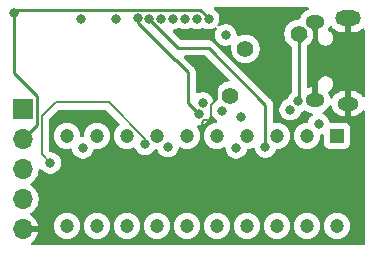
<source format=gbr>
%TF.GenerationSoftware,KiCad,Pcbnew,9.0.3*%
%TF.CreationDate,2025-08-22T13:27:39-06:00*%
%TF.ProjectId,SWAG_BAR_LED_ARM,53574147-5f42-4415-925f-4c45445f4152,rev?*%
%TF.SameCoordinates,Original*%
%TF.FileFunction,Copper,L3,Inr*%
%TF.FilePolarity,Positive*%
%FSLAX46Y46*%
G04 Gerber Fmt 4.6, Leading zero omitted, Abs format (unit mm)*
G04 Created by KiCad (PCBNEW 9.0.3) date 2025-08-22 13:27:39*
%MOMM*%
%LPD*%
G01*
G04 APERTURE LIST*
%TA.AperFunction,ComponentPad*%
%ADD10C,1.400000*%
%TD*%
%TA.AperFunction,ComponentPad*%
%ADD11O,1.800000X1.150000*%
%TD*%
%TA.AperFunction,ComponentPad*%
%ADD12O,1.600000X1.200000*%
%TD*%
%TA.AperFunction,ComponentPad*%
%ADD13O,2.200000X1.300000*%
%TD*%
%TA.AperFunction,ComponentPad*%
%ADD14R,1.700000X1.700000*%
%TD*%
%TA.AperFunction,ComponentPad*%
%ADD15O,1.700000X1.700000*%
%TD*%
%TA.AperFunction,ComponentPad*%
%ADD16R,1.200000X1.200000*%
%TD*%
%TA.AperFunction,ComponentPad*%
%ADD17C,1.200000*%
%TD*%
%TA.AperFunction,ViaPad*%
%ADD18C,0.800000*%
%TD*%
%TA.AperFunction,Conductor*%
%ADD19C,0.200000*%
%TD*%
%TA.AperFunction,Conductor*%
%ADD20C,0.250000*%
%TD*%
G04 APERTURE END LIST*
D10*
%TO.N,/D-*%
%TO.C,TP3*%
X96000000Y-96650000D03*
%TD*%
%TO.N,+5V*%
%TO.C,TP2*%
X101800000Y-91450000D03*
%TD*%
%TO.N,/D+*%
%TO.C,TP1*%
X97300000Y-92700000D03*
%TD*%
D11*
%TO.N,GND*%
%TO.C,J3*%
X105979000Y-97326000D03*
D12*
X103179000Y-97026000D03*
X103179000Y-90426000D03*
D13*
X105979000Y-90126000D03*
%TD*%
D14*
%TO.N,/SWDIO*%
%TO.C,J1*%
X78435200Y-97790000D03*
D15*
%TO.N,/SWCLK*%
X78435200Y-100330000D03*
%TO.N,/RST*%
X78435200Y-102870000D03*
%TO.N,+3V3*%
X78435200Y-105410000D03*
%TO.N,GND*%
X78435200Y-107950000D03*
%TD*%
D16*
%TO.N,+3V3*%
%TO.C,BAR1*%
X105048500Y-100056500D03*
D17*
X102508500Y-100056500D03*
X99968500Y-100056500D03*
X97428500Y-100056500D03*
X94888500Y-100056500D03*
X92348500Y-100056500D03*
X89808500Y-100056500D03*
X87268500Y-100056500D03*
X84728500Y-100056500D03*
X82188500Y-100056500D03*
%TO.N,/L9*%
X82188500Y-107676500D03*
%TO.N,/L8*%
X84728500Y-107676500D03*
%TO.N,/L7*%
X87268500Y-107676500D03*
%TO.N,/L6*%
X89808500Y-107676500D03*
%TO.N,/L5*%
X92348500Y-107676500D03*
%TO.N,/L4*%
X94888500Y-107676500D03*
%TO.N,/L3*%
X97428500Y-107676500D03*
%TO.N,/L2*%
X99968500Y-107676500D03*
%TO.N,/L1*%
X102508500Y-107676500D03*
%TO.N,/L0*%
X105048500Y-107676500D03*
%TD*%
D18*
%TO.N,+5V*%
X101784553Y-97135995D03*
%TO.N,/SWDIO*%
X93170397Y-90132500D03*
%TO.N,/SWCLK*%
X77673200Y-89662000D03*
X94169900Y-90132500D03*
%TO.N,GND*%
X88519000Y-103886000D03*
X92811600Y-93675200D03*
X83439000Y-104013000D03*
X103632000Y-104013000D03*
X98679000Y-104013000D03*
X93599000Y-104013000D03*
%TO.N,/RST*%
X95632674Y-91525171D03*
%TO.N,/Sig_L1*%
X103505000Y-99060000D03*
X91171391Y-90132500D03*
%TO.N,/Sig_L0*%
X92170894Y-90132500D03*
X101087601Y-97852418D03*
%TO.N,/Sig_L8*%
X88803124Y-100780607D03*
X80782949Y-102359649D03*
%TO.N,/SW_1*%
X93675200Y-97282000D03*
X86309200Y-90132000D03*
%TO.N,/Sig_L9*%
X90728800Y-100987501D03*
X83515200Y-101092000D03*
%TO.N,/Sig_L2*%
X90171888Y-90132500D03*
X96520000Y-101092000D03*
X96926400Y-98450400D03*
%TO.N,/Sig_L3*%
X89172385Y-90132500D03*
X98990102Y-101021797D03*
%TO.N,/Sig_L4*%
X93364044Y-98231352D03*
X88188800Y-90119200D03*
%TO.N,/Sig_L5*%
X83341586Y-90132500D03*
X95315818Y-97923465D03*
%TD*%
D19*
%TO.N,GND*%
X94376200Y-98729000D02*
X94350000Y-98755200D01*
X94376200Y-97487636D02*
X94376200Y-98729000D01*
X94350000Y-98755200D02*
X93827600Y-98755200D01*
X94900000Y-96963836D02*
X94376200Y-97487636D01*
X94900000Y-95763600D02*
X94900000Y-96963836D01*
X92811600Y-93675200D02*
X94900000Y-95763600D01*
X93599000Y-98983800D02*
X93599000Y-104013000D01*
X93827600Y-98755200D02*
X93599000Y-98983800D01*
X92811600Y-93675200D02*
X92811600Y-93953950D01*
D20*
%TO.N,+5V*%
X101790948Y-97129600D02*
X101784553Y-97135995D01*
X101854000Y-97129600D02*
X101790948Y-97129600D01*
X101854000Y-92151998D02*
X101854000Y-97129600D01*
X102404500Y-91601498D02*
X101854000Y-92151998D01*
%TO.N,/SWCLK*%
X79610200Y-99155000D02*
X79610200Y-96679000D01*
X94169900Y-90132500D02*
X94169900Y-90106698D01*
X93470702Y-89407500D02*
X77927700Y-89407500D01*
X78435200Y-100330000D02*
X79610200Y-99155000D01*
X94169900Y-90106698D02*
X93470702Y-89407500D01*
X77673200Y-94742000D02*
X77673200Y-89662000D01*
X79610200Y-96679000D02*
X77673200Y-94742000D01*
X77927700Y-89407500D02*
X77673200Y-89662000D01*
%TO.N,/Sig_L1*%
X103251000Y-99060000D02*
X103505000Y-99060000D01*
D19*
%TO.N,/Sig_L8*%
X85715993Y-97231200D02*
X81229200Y-97231200D01*
X88803124Y-100780607D02*
X88803124Y-100318331D01*
X80035200Y-99060000D02*
X80035200Y-101611900D01*
X88803124Y-100318331D02*
X85715993Y-97231200D01*
X80035200Y-101611900D02*
X80782949Y-102359649D01*
X80035200Y-98425200D02*
X80035200Y-99060000D01*
X81229200Y-97231200D02*
X80035200Y-98425200D01*
D20*
%TO.N,/Sig_L2*%
X96520000Y-101092000D02*
X96503500Y-101075500D01*
%TO.N,/Sig_L3*%
X91622483Y-92608400D02*
X94183200Y-92608400D01*
X94183200Y-92608400D02*
X98990102Y-97415302D01*
X89172385Y-90132500D02*
X89172385Y-90158302D01*
X98990102Y-97415302D02*
X98990102Y-101021797D01*
X89172385Y-90158302D02*
X91622483Y-92608400D01*
X98990102Y-101021797D02*
X98990102Y-100133102D01*
%TO.N,/Sig_L4*%
X91334622Y-93675200D02*
X88188800Y-90529378D01*
X92456000Y-94691200D02*
X91440000Y-93675200D01*
X93364044Y-98231352D02*
X92456000Y-97323308D01*
X91440000Y-93675200D02*
X91334622Y-93675200D01*
X92456000Y-97323308D02*
X92456000Y-94691200D01*
X88188800Y-90529378D02*
X88188800Y-90119200D01*
%TD*%
%TA.AperFunction,Conductor*%
%TO.N,GND*%
G36*
X102616735Y-89174185D02*
G01*
X102662490Y-89226989D01*
X102672434Y-89296147D01*
X102643409Y-89359703D01*
X102588014Y-89396431D01*
X102556744Y-89406591D01*
X102402475Y-89485195D01*
X102262397Y-89586967D01*
X102139967Y-89709397D01*
X102038195Y-89849475D01*
X101959591Y-90003744D01*
X101910180Y-90155818D01*
X101870743Y-90213493D01*
X101806384Y-90240692D01*
X101792249Y-90241500D01*
X101704884Y-90241500D01*
X101517008Y-90271256D01*
X101336092Y-90330040D01*
X101166607Y-90416398D01*
X101122931Y-90448131D01*
X101012715Y-90528208D01*
X101012713Y-90528210D01*
X101012712Y-90528210D01*
X100878210Y-90662712D01*
X100878210Y-90662713D01*
X100878208Y-90662715D01*
X100842663Y-90711638D01*
X100766398Y-90816607D01*
X100680040Y-90986092D01*
X100621256Y-91167008D01*
X100591500Y-91354883D01*
X100591500Y-91545116D01*
X100621256Y-91732991D01*
X100680040Y-91913907D01*
X100747854Y-92046998D01*
X100766398Y-92083392D01*
X100878208Y-92237285D01*
X101012715Y-92371792D01*
X101166608Y-92483602D01*
X101169386Y-92485620D01*
X101212051Y-92540950D01*
X101220500Y-92585938D01*
X101220500Y-96363872D01*
X101200815Y-96430911D01*
X101184181Y-96451553D01*
X101078877Y-96556856D01*
X101078874Y-96556860D01*
X100979454Y-96705652D01*
X100979449Y-96705662D01*
X100910965Y-96870996D01*
X100910963Y-96871002D01*
X100908310Y-96884340D01*
X100875922Y-96946250D01*
X100827872Y-96975638D01*
X100828229Y-96976500D01*
X100822757Y-96978766D01*
X100822704Y-96978799D01*
X100822609Y-96978827D01*
X100657268Y-97047314D01*
X100657258Y-97047319D01*
X100508466Y-97146739D01*
X100508462Y-97146742D01*
X100381925Y-97273279D01*
X100381922Y-97273283D01*
X100282502Y-97422075D01*
X100282497Y-97422085D01*
X100214014Y-97587417D01*
X100214012Y-97587425D01*
X100179101Y-97762934D01*
X100179101Y-97941901D01*
X100214012Y-98117410D01*
X100214014Y-98117418D01*
X100282497Y-98282750D01*
X100282502Y-98282760D01*
X100381922Y-98431552D01*
X100381925Y-98431556D01*
X100508464Y-98558095D01*
X100657258Y-98657516D01*
X100657262Y-98657518D01*
X100657265Y-98657520D01*
X100822601Y-98726005D01*
X100998117Y-98760917D01*
X100998121Y-98760918D01*
X100998122Y-98760918D01*
X101177081Y-98760918D01*
X101177082Y-98760917D01*
X101352601Y-98726005D01*
X101517937Y-98657520D01*
X101562135Y-98627988D01*
X101666738Y-98558095D01*
X101666739Y-98558093D01*
X101793276Y-98431556D01*
X101793279Y-98431553D01*
X101892703Y-98282754D01*
X101961188Y-98117418D01*
X101963841Y-98104080D01*
X101967063Y-98097918D01*
X101967203Y-98090961D01*
X101983045Y-98067361D01*
X101996221Y-98042171D01*
X102003203Y-98037333D01*
X102006146Y-98032951D01*
X102021375Y-98024745D01*
X102036213Y-98014467D01*
X102045757Y-98010337D01*
X102049553Y-98009582D01*
X102214889Y-97941097D01*
X102231656Y-97929893D01*
X102241962Y-97925434D01*
X102265938Y-97922474D01*
X102288993Y-97915256D01*
X102299989Y-97918272D01*
X102311305Y-97916876D01*
X102333073Y-97927348D01*
X102356373Y-97933740D01*
X102364091Y-97938917D01*
X102402474Y-97966803D01*
X102402476Y-97966804D01*
X102556742Y-98045408D01*
X102721415Y-98098913D01*
X102882771Y-98124470D01*
X102945905Y-98154399D01*
X102982837Y-98213710D01*
X102981839Y-98283573D01*
X102943229Y-98341806D01*
X102932270Y-98350041D01*
X102925867Y-98354319D01*
X102925861Y-98354324D01*
X102799324Y-98480861D01*
X102799321Y-98480865D01*
X102699901Y-98629657D01*
X102699896Y-98629667D01*
X102631413Y-98794999D01*
X102631411Y-98795007D01*
X102620832Y-98848191D01*
X102588447Y-98910102D01*
X102527731Y-98944677D01*
X102499215Y-98948000D01*
X102421259Y-98948000D01*
X102363814Y-98957098D01*
X102248924Y-98975295D01*
X102082986Y-99029210D01*
X102082983Y-99029211D01*
X101927515Y-99108428D01*
X101786367Y-99210977D01*
X101786362Y-99210981D01*
X101662981Y-99334362D01*
X101662977Y-99334367D01*
X101560428Y-99475515D01*
X101481211Y-99630983D01*
X101481210Y-99630986D01*
X101427295Y-99796924D01*
X101416497Y-99865102D01*
X101400000Y-99969259D01*
X101400000Y-100143741D01*
X101413647Y-100229907D01*
X101427295Y-100316075D01*
X101481210Y-100482013D01*
X101481211Y-100482016D01*
X101560428Y-100637484D01*
X101662977Y-100778632D01*
X101662981Y-100778637D01*
X101786362Y-100902018D01*
X101786367Y-100902022D01*
X101864702Y-100958935D01*
X101927519Y-101004574D01*
X102021229Y-101052322D01*
X102082983Y-101083788D01*
X102082986Y-101083789D01*
X102165955Y-101110746D01*
X102248926Y-101137705D01*
X102421259Y-101165000D01*
X102421260Y-101165000D01*
X102595740Y-101165000D01*
X102595741Y-101165000D01*
X102768074Y-101137705D01*
X102934016Y-101083788D01*
X103089481Y-101004574D01*
X103230639Y-100902017D01*
X103354017Y-100778639D01*
X103456574Y-100637481D01*
X103535788Y-100482016D01*
X103589705Y-100316074D01*
X103617000Y-100143741D01*
X103617000Y-100065784D01*
X103625491Y-100036866D01*
X103631629Y-100007355D01*
X103635235Y-100003682D01*
X103636685Y-99998745D01*
X103659458Y-99979011D01*
X103680580Y-99957500D01*
X103687019Y-99955130D01*
X103689489Y-99952990D01*
X103713535Y-99944864D01*
X103715153Y-99944496D01*
X103770000Y-99933587D01*
X103778274Y-99930159D01*
X103788535Y-99927829D01*
X103813312Y-99929373D01*
X103838000Y-99926716D01*
X103847579Y-99931509D01*
X103858269Y-99932176D01*
X103878278Y-99946871D01*
X103900484Y-99957983D01*
X103905951Y-99967194D01*
X103914583Y-99973534D01*
X103923471Y-99996715D01*
X103936144Y-100018067D01*
X103938330Y-100035467D01*
X103939598Y-100038772D01*
X103939066Y-100041325D01*
X103940000Y-100048749D01*
X103940000Y-100705154D01*
X103946511Y-100765702D01*
X103946511Y-100765704D01*
X103978506Y-100851483D01*
X103997611Y-100902704D01*
X104085239Y-101019761D01*
X104202296Y-101107389D01*
X104339299Y-101158489D01*
X104366550Y-101161418D01*
X104399845Y-101164999D01*
X104399862Y-101165000D01*
X105697138Y-101165000D01*
X105697154Y-101164999D01*
X105724192Y-101162091D01*
X105757701Y-101158489D01*
X105894704Y-101107389D01*
X106011761Y-101019761D01*
X106099389Y-100902704D01*
X106150489Y-100765701D01*
X106154091Y-100732192D01*
X106156999Y-100705154D01*
X106157000Y-100705137D01*
X106157000Y-99407862D01*
X106156999Y-99407845D01*
X106153108Y-99371658D01*
X106150489Y-99347299D01*
X106145664Y-99334364D01*
X106116250Y-99255502D01*
X106099389Y-99210296D01*
X106011761Y-99093239D01*
X105894704Y-99005611D01*
X105757703Y-98954511D01*
X105697154Y-98948000D01*
X105697138Y-98948000D01*
X104510784Y-98948000D01*
X104443745Y-98928315D01*
X104397990Y-98875511D01*
X104389168Y-98848197D01*
X104378587Y-98795000D01*
X104310102Y-98629664D01*
X104310100Y-98629661D01*
X104310098Y-98629657D01*
X104210678Y-98480865D01*
X104210675Y-98480861D01*
X104084138Y-98354324D01*
X104084134Y-98354321D01*
X103935342Y-98254901D01*
X103935332Y-98254896D01*
X103883096Y-98233259D01*
X103828693Y-98189418D01*
X103806628Y-98123123D01*
X103823908Y-98055424D01*
X103874255Y-98008213D01*
X103955522Y-97966805D01*
X104095602Y-97865032D01*
X104218032Y-97742602D01*
X104319805Y-97602522D01*
X104367466Y-97508982D01*
X104415440Y-97458186D01*
X104483261Y-97441390D01*
X104549396Y-97463927D01*
X104592848Y-97518642D01*
X104600424Y-97545875D01*
X104605470Y-97577728D01*
X104657760Y-97738659D01*
X104734578Y-97889423D01*
X104834038Y-98026316D01*
X104834038Y-98026317D01*
X104953682Y-98145961D01*
X105090576Y-98245421D01*
X105241340Y-98322239D01*
X105402273Y-98374530D01*
X105569391Y-98401000D01*
X105729000Y-98401000D01*
X105729000Y-97601000D01*
X106229000Y-97601000D01*
X106229000Y-98401000D01*
X106388609Y-98401000D01*
X106555726Y-98374530D01*
X106716659Y-98322239D01*
X106867423Y-98245421D01*
X107004316Y-98145961D01*
X107004317Y-98145961D01*
X107123961Y-98026317D01*
X107123966Y-98026311D01*
X107189217Y-97936502D01*
X107244547Y-97893836D01*
X107314160Y-97887857D01*
X107375955Y-97920463D01*
X107410312Y-97981301D01*
X107413535Y-98009078D01*
X107431199Y-105091882D01*
X107441331Y-109155062D01*
X107441499Y-109222191D01*
X107421981Y-109289279D01*
X107369292Y-109335166D01*
X107317499Y-109346500D01*
X84393767Y-109346500D01*
X84393354Y-109346499D01*
X79214779Y-109329264D01*
X79147806Y-109309357D01*
X79102227Y-109256401D01*
X79092514Y-109187210D01*
X79121750Y-109123751D01*
X79142307Y-109104946D01*
X79314666Y-108979721D01*
X79464923Y-108829464D01*
X79464927Y-108829459D01*
X79589820Y-108657557D01*
X79686295Y-108468217D01*
X79751957Y-108266129D01*
X79751957Y-108266126D01*
X79762431Y-108200000D01*
X78868212Y-108200000D01*
X78901125Y-108142993D01*
X78935200Y-108015826D01*
X78935200Y-107884174D01*
X78901125Y-107757007D01*
X78868212Y-107700000D01*
X79762431Y-107700000D01*
X79751957Y-107633873D01*
X79751956Y-107633867D01*
X79748330Y-107622707D01*
X79748329Y-107622705D01*
X79737462Y-107589259D01*
X81080000Y-107589259D01*
X81080000Y-107763740D01*
X81107295Y-107936075D01*
X81161210Y-108102013D01*
X81161211Y-108102016D01*
X81211138Y-108200000D01*
X81240184Y-108257007D01*
X81240428Y-108257484D01*
X81342977Y-108398632D01*
X81342981Y-108398637D01*
X81466362Y-108522018D01*
X81466367Y-108522022D01*
X81589484Y-108611471D01*
X81607519Y-108624574D01*
X81683715Y-108663398D01*
X81762983Y-108703788D01*
X81762986Y-108703789D01*
X81845955Y-108730746D01*
X81928926Y-108757705D01*
X82101259Y-108785000D01*
X82101260Y-108785000D01*
X82275740Y-108785000D01*
X82275741Y-108785000D01*
X82448074Y-108757705D01*
X82614016Y-108703788D01*
X82769481Y-108624574D01*
X82910639Y-108522017D01*
X83034017Y-108398639D01*
X83136574Y-108257481D01*
X83215788Y-108102016D01*
X83269705Y-107936074D01*
X83297000Y-107763741D01*
X83297000Y-107589259D01*
X83620000Y-107589259D01*
X83620000Y-107763740D01*
X83647295Y-107936075D01*
X83701210Y-108102013D01*
X83701211Y-108102016D01*
X83751138Y-108200000D01*
X83780184Y-108257007D01*
X83780428Y-108257484D01*
X83882977Y-108398632D01*
X83882981Y-108398637D01*
X84006362Y-108522018D01*
X84006367Y-108522022D01*
X84129484Y-108611471D01*
X84147519Y-108624574D01*
X84223715Y-108663398D01*
X84302983Y-108703788D01*
X84302986Y-108703789D01*
X84385955Y-108730746D01*
X84468926Y-108757705D01*
X84641259Y-108785000D01*
X84641260Y-108785000D01*
X84815740Y-108785000D01*
X84815741Y-108785000D01*
X84988074Y-108757705D01*
X85154016Y-108703788D01*
X85309481Y-108624574D01*
X85450639Y-108522017D01*
X85574017Y-108398639D01*
X85676574Y-108257481D01*
X85755788Y-108102016D01*
X85809705Y-107936074D01*
X85837000Y-107763741D01*
X85837000Y-107589259D01*
X86160000Y-107589259D01*
X86160000Y-107763740D01*
X86187295Y-107936075D01*
X86241210Y-108102013D01*
X86241211Y-108102016D01*
X86291138Y-108200000D01*
X86320184Y-108257007D01*
X86320428Y-108257484D01*
X86422977Y-108398632D01*
X86422981Y-108398637D01*
X86546362Y-108522018D01*
X86546367Y-108522022D01*
X86669484Y-108611471D01*
X86687519Y-108624574D01*
X86763715Y-108663398D01*
X86842983Y-108703788D01*
X86842986Y-108703789D01*
X86925955Y-108730746D01*
X87008926Y-108757705D01*
X87181259Y-108785000D01*
X87181260Y-108785000D01*
X87355740Y-108785000D01*
X87355741Y-108785000D01*
X87528074Y-108757705D01*
X87694016Y-108703788D01*
X87849481Y-108624574D01*
X87990639Y-108522017D01*
X88114017Y-108398639D01*
X88216574Y-108257481D01*
X88295788Y-108102016D01*
X88349705Y-107936074D01*
X88377000Y-107763741D01*
X88377000Y-107589259D01*
X88700000Y-107589259D01*
X88700000Y-107763740D01*
X88727295Y-107936075D01*
X88781210Y-108102013D01*
X88781211Y-108102016D01*
X88831138Y-108200000D01*
X88860184Y-108257007D01*
X88860428Y-108257484D01*
X88962977Y-108398632D01*
X88962981Y-108398637D01*
X89086362Y-108522018D01*
X89086367Y-108522022D01*
X89209484Y-108611471D01*
X89227519Y-108624574D01*
X89303715Y-108663398D01*
X89382983Y-108703788D01*
X89382986Y-108703789D01*
X89465955Y-108730746D01*
X89548926Y-108757705D01*
X89721259Y-108785000D01*
X89721260Y-108785000D01*
X89895740Y-108785000D01*
X89895741Y-108785000D01*
X90068074Y-108757705D01*
X90234016Y-108703788D01*
X90389481Y-108624574D01*
X90530639Y-108522017D01*
X90654017Y-108398639D01*
X90756574Y-108257481D01*
X90835788Y-108102016D01*
X90889705Y-107936074D01*
X90917000Y-107763741D01*
X90917000Y-107589259D01*
X91240000Y-107589259D01*
X91240000Y-107763740D01*
X91267295Y-107936075D01*
X91321210Y-108102013D01*
X91321211Y-108102016D01*
X91371138Y-108200000D01*
X91400184Y-108257007D01*
X91400428Y-108257484D01*
X91502977Y-108398632D01*
X91502981Y-108398637D01*
X91626362Y-108522018D01*
X91626367Y-108522022D01*
X91749484Y-108611471D01*
X91767519Y-108624574D01*
X91843715Y-108663398D01*
X91922983Y-108703788D01*
X91922986Y-108703789D01*
X92005955Y-108730746D01*
X92088926Y-108757705D01*
X92261259Y-108785000D01*
X92261260Y-108785000D01*
X92435740Y-108785000D01*
X92435741Y-108785000D01*
X92608074Y-108757705D01*
X92774016Y-108703788D01*
X92929481Y-108624574D01*
X93070639Y-108522017D01*
X93194017Y-108398639D01*
X93296574Y-108257481D01*
X93375788Y-108102016D01*
X93429705Y-107936074D01*
X93457000Y-107763741D01*
X93457000Y-107589259D01*
X93780000Y-107589259D01*
X93780000Y-107763740D01*
X93807295Y-107936075D01*
X93861210Y-108102013D01*
X93861211Y-108102016D01*
X93911138Y-108200000D01*
X93940184Y-108257007D01*
X93940428Y-108257484D01*
X94042977Y-108398632D01*
X94042981Y-108398637D01*
X94166362Y-108522018D01*
X94166367Y-108522022D01*
X94289484Y-108611471D01*
X94307519Y-108624574D01*
X94383715Y-108663398D01*
X94462983Y-108703788D01*
X94462986Y-108703789D01*
X94545955Y-108730746D01*
X94628926Y-108757705D01*
X94801259Y-108785000D01*
X94801260Y-108785000D01*
X94975740Y-108785000D01*
X94975741Y-108785000D01*
X95148074Y-108757705D01*
X95314016Y-108703788D01*
X95469481Y-108624574D01*
X95610639Y-108522017D01*
X95734017Y-108398639D01*
X95836574Y-108257481D01*
X95915788Y-108102016D01*
X95969705Y-107936074D01*
X95997000Y-107763741D01*
X95997000Y-107589259D01*
X96320000Y-107589259D01*
X96320000Y-107763740D01*
X96347295Y-107936075D01*
X96401210Y-108102013D01*
X96401211Y-108102016D01*
X96451138Y-108200000D01*
X96480184Y-108257007D01*
X96480428Y-108257484D01*
X96582977Y-108398632D01*
X96582981Y-108398637D01*
X96706362Y-108522018D01*
X96706367Y-108522022D01*
X96829484Y-108611471D01*
X96847519Y-108624574D01*
X96923715Y-108663398D01*
X97002983Y-108703788D01*
X97002986Y-108703789D01*
X97085955Y-108730746D01*
X97168926Y-108757705D01*
X97341259Y-108785000D01*
X97341260Y-108785000D01*
X97515740Y-108785000D01*
X97515741Y-108785000D01*
X97688074Y-108757705D01*
X97854016Y-108703788D01*
X98009481Y-108624574D01*
X98150639Y-108522017D01*
X98274017Y-108398639D01*
X98376574Y-108257481D01*
X98455788Y-108102016D01*
X98509705Y-107936074D01*
X98537000Y-107763741D01*
X98537000Y-107589259D01*
X98860000Y-107589259D01*
X98860000Y-107763740D01*
X98887295Y-107936075D01*
X98941210Y-108102013D01*
X98941211Y-108102016D01*
X98991138Y-108200000D01*
X99020184Y-108257007D01*
X99020428Y-108257484D01*
X99122977Y-108398632D01*
X99122981Y-108398637D01*
X99246362Y-108522018D01*
X99246367Y-108522022D01*
X99369484Y-108611471D01*
X99387519Y-108624574D01*
X99463715Y-108663398D01*
X99542983Y-108703788D01*
X99542986Y-108703789D01*
X99625955Y-108730746D01*
X99708926Y-108757705D01*
X99881259Y-108785000D01*
X99881260Y-108785000D01*
X100055740Y-108785000D01*
X100055741Y-108785000D01*
X100228074Y-108757705D01*
X100394016Y-108703788D01*
X100549481Y-108624574D01*
X100690639Y-108522017D01*
X100814017Y-108398639D01*
X100916574Y-108257481D01*
X100995788Y-108102016D01*
X101049705Y-107936074D01*
X101077000Y-107763741D01*
X101077000Y-107589259D01*
X101400000Y-107589259D01*
X101400000Y-107763740D01*
X101427295Y-107936075D01*
X101481210Y-108102013D01*
X101481211Y-108102016D01*
X101531138Y-108200000D01*
X101560184Y-108257007D01*
X101560428Y-108257484D01*
X101662977Y-108398632D01*
X101662981Y-108398637D01*
X101786362Y-108522018D01*
X101786367Y-108522022D01*
X101909484Y-108611471D01*
X101927519Y-108624574D01*
X102003715Y-108663398D01*
X102082983Y-108703788D01*
X102082986Y-108703789D01*
X102165955Y-108730746D01*
X102248926Y-108757705D01*
X102421259Y-108785000D01*
X102421260Y-108785000D01*
X102595740Y-108785000D01*
X102595741Y-108785000D01*
X102768074Y-108757705D01*
X102934016Y-108703788D01*
X103089481Y-108624574D01*
X103230639Y-108522017D01*
X103354017Y-108398639D01*
X103456574Y-108257481D01*
X103535788Y-108102016D01*
X103589705Y-107936074D01*
X103617000Y-107763741D01*
X103617000Y-107589259D01*
X103940000Y-107589259D01*
X103940000Y-107763740D01*
X103967295Y-107936075D01*
X104021210Y-108102013D01*
X104021211Y-108102016D01*
X104071138Y-108200000D01*
X104100184Y-108257007D01*
X104100428Y-108257484D01*
X104202977Y-108398632D01*
X104202981Y-108398637D01*
X104326362Y-108522018D01*
X104326367Y-108522022D01*
X104449484Y-108611471D01*
X104467519Y-108624574D01*
X104543715Y-108663398D01*
X104622983Y-108703788D01*
X104622986Y-108703789D01*
X104705955Y-108730746D01*
X104788926Y-108757705D01*
X104961259Y-108785000D01*
X104961260Y-108785000D01*
X105135740Y-108785000D01*
X105135741Y-108785000D01*
X105308074Y-108757705D01*
X105474016Y-108703788D01*
X105629481Y-108624574D01*
X105770639Y-108522017D01*
X105894017Y-108398639D01*
X105996574Y-108257481D01*
X106075788Y-108102016D01*
X106129705Y-107936074D01*
X106157000Y-107763741D01*
X106157000Y-107589259D01*
X106129705Y-107416926D01*
X106075788Y-107250984D01*
X106075788Y-107250983D01*
X106025298Y-107151893D01*
X105996574Y-107095519D01*
X105978422Y-107070535D01*
X105894022Y-106954367D01*
X105894018Y-106954362D01*
X105770637Y-106830981D01*
X105770632Y-106830977D01*
X105629484Y-106728428D01*
X105629483Y-106728427D01*
X105629481Y-106728426D01*
X105579675Y-106703048D01*
X105474016Y-106649211D01*
X105474013Y-106649210D01*
X105308075Y-106595295D01*
X105221907Y-106581647D01*
X105135741Y-106568000D01*
X104961259Y-106568000D01*
X104903814Y-106577098D01*
X104788924Y-106595295D01*
X104622986Y-106649210D01*
X104622983Y-106649211D01*
X104467515Y-106728428D01*
X104326367Y-106830977D01*
X104326362Y-106830981D01*
X104202981Y-106954362D01*
X104202977Y-106954367D01*
X104100428Y-107095515D01*
X104021211Y-107250983D01*
X104021210Y-107250986D01*
X103967295Y-107416924D01*
X103940000Y-107589259D01*
X103617000Y-107589259D01*
X103589705Y-107416926D01*
X103535788Y-107250984D01*
X103535788Y-107250983D01*
X103485298Y-107151893D01*
X103456574Y-107095519D01*
X103438422Y-107070535D01*
X103354022Y-106954367D01*
X103354018Y-106954362D01*
X103230637Y-106830981D01*
X103230632Y-106830977D01*
X103089484Y-106728428D01*
X103089483Y-106728427D01*
X103089481Y-106728426D01*
X103039675Y-106703048D01*
X102934016Y-106649211D01*
X102934013Y-106649210D01*
X102768075Y-106595295D01*
X102681907Y-106581647D01*
X102595741Y-106568000D01*
X102421259Y-106568000D01*
X102363814Y-106577098D01*
X102248924Y-106595295D01*
X102082986Y-106649210D01*
X102082983Y-106649211D01*
X101927515Y-106728428D01*
X101786367Y-106830977D01*
X101786362Y-106830981D01*
X101662981Y-106954362D01*
X101662977Y-106954367D01*
X101560428Y-107095515D01*
X101481211Y-107250983D01*
X101481210Y-107250986D01*
X101427295Y-107416924D01*
X101400000Y-107589259D01*
X101077000Y-107589259D01*
X101049705Y-107416926D01*
X100995788Y-107250984D01*
X100995788Y-107250983D01*
X100945298Y-107151893D01*
X100916574Y-107095519D01*
X100898422Y-107070535D01*
X100814022Y-106954367D01*
X100814018Y-106954362D01*
X100690637Y-106830981D01*
X100690632Y-106830977D01*
X100549484Y-106728428D01*
X100549483Y-106728427D01*
X100549481Y-106728426D01*
X100499675Y-106703048D01*
X100394016Y-106649211D01*
X100394013Y-106649210D01*
X100228075Y-106595295D01*
X100141907Y-106581647D01*
X100055741Y-106568000D01*
X99881259Y-106568000D01*
X99823814Y-106577098D01*
X99708924Y-106595295D01*
X99542986Y-106649210D01*
X99542983Y-106649211D01*
X99387515Y-106728428D01*
X99246367Y-106830977D01*
X99246362Y-106830981D01*
X99122981Y-106954362D01*
X99122977Y-106954367D01*
X99020428Y-107095515D01*
X98941211Y-107250983D01*
X98941210Y-107250986D01*
X98887295Y-107416924D01*
X98860000Y-107589259D01*
X98537000Y-107589259D01*
X98509705Y-107416926D01*
X98455788Y-107250984D01*
X98455788Y-107250983D01*
X98405298Y-107151893D01*
X98376574Y-107095519D01*
X98358422Y-107070535D01*
X98274022Y-106954367D01*
X98274018Y-106954362D01*
X98150637Y-106830981D01*
X98150632Y-106830977D01*
X98009484Y-106728428D01*
X98009483Y-106728427D01*
X98009481Y-106728426D01*
X97959675Y-106703048D01*
X97854016Y-106649211D01*
X97854013Y-106649210D01*
X97688075Y-106595295D01*
X97601907Y-106581647D01*
X97515741Y-106568000D01*
X97341259Y-106568000D01*
X97283814Y-106577098D01*
X97168924Y-106595295D01*
X97002986Y-106649210D01*
X97002983Y-106649211D01*
X96847515Y-106728428D01*
X96706367Y-106830977D01*
X96706362Y-106830981D01*
X96582981Y-106954362D01*
X96582977Y-106954367D01*
X96480428Y-107095515D01*
X96401211Y-107250983D01*
X96401210Y-107250986D01*
X96347295Y-107416924D01*
X96320000Y-107589259D01*
X95997000Y-107589259D01*
X95969705Y-107416926D01*
X95915788Y-107250984D01*
X95915788Y-107250983D01*
X95865298Y-107151893D01*
X95836574Y-107095519D01*
X95818422Y-107070535D01*
X95734022Y-106954367D01*
X95734018Y-106954362D01*
X95610637Y-106830981D01*
X95610632Y-106830977D01*
X95469484Y-106728428D01*
X95469483Y-106728427D01*
X95469481Y-106728426D01*
X95419675Y-106703048D01*
X95314016Y-106649211D01*
X95314013Y-106649210D01*
X95148075Y-106595295D01*
X95061907Y-106581647D01*
X94975741Y-106568000D01*
X94801259Y-106568000D01*
X94743814Y-106577098D01*
X94628924Y-106595295D01*
X94462986Y-106649210D01*
X94462983Y-106649211D01*
X94307515Y-106728428D01*
X94166367Y-106830977D01*
X94166362Y-106830981D01*
X94042981Y-106954362D01*
X94042977Y-106954367D01*
X93940428Y-107095515D01*
X93861211Y-107250983D01*
X93861210Y-107250986D01*
X93807295Y-107416924D01*
X93780000Y-107589259D01*
X93457000Y-107589259D01*
X93429705Y-107416926D01*
X93375788Y-107250984D01*
X93375788Y-107250983D01*
X93325298Y-107151893D01*
X93296574Y-107095519D01*
X93278422Y-107070535D01*
X93194022Y-106954367D01*
X93194018Y-106954362D01*
X93070637Y-106830981D01*
X93070632Y-106830977D01*
X92929484Y-106728428D01*
X92929483Y-106728427D01*
X92929481Y-106728426D01*
X92879675Y-106703048D01*
X92774016Y-106649211D01*
X92774013Y-106649210D01*
X92608075Y-106595295D01*
X92521907Y-106581647D01*
X92435741Y-106568000D01*
X92261259Y-106568000D01*
X92203814Y-106577098D01*
X92088924Y-106595295D01*
X91922986Y-106649210D01*
X91922983Y-106649211D01*
X91767515Y-106728428D01*
X91626367Y-106830977D01*
X91626362Y-106830981D01*
X91502981Y-106954362D01*
X91502977Y-106954367D01*
X91400428Y-107095515D01*
X91321211Y-107250983D01*
X91321210Y-107250986D01*
X91267295Y-107416924D01*
X91240000Y-107589259D01*
X90917000Y-107589259D01*
X90889705Y-107416926D01*
X90835788Y-107250984D01*
X90835788Y-107250983D01*
X90785298Y-107151893D01*
X90756574Y-107095519D01*
X90738422Y-107070535D01*
X90654022Y-106954367D01*
X90654018Y-106954362D01*
X90530637Y-106830981D01*
X90530632Y-106830977D01*
X90389484Y-106728428D01*
X90389483Y-106728427D01*
X90389481Y-106728426D01*
X90339675Y-106703048D01*
X90234016Y-106649211D01*
X90234013Y-106649210D01*
X90068075Y-106595295D01*
X89981907Y-106581647D01*
X89895741Y-106568000D01*
X89721259Y-106568000D01*
X89663814Y-106577098D01*
X89548924Y-106595295D01*
X89382986Y-106649210D01*
X89382983Y-106649211D01*
X89227515Y-106728428D01*
X89086367Y-106830977D01*
X89086362Y-106830981D01*
X88962981Y-106954362D01*
X88962977Y-106954367D01*
X88860428Y-107095515D01*
X88781211Y-107250983D01*
X88781210Y-107250986D01*
X88727295Y-107416924D01*
X88700000Y-107589259D01*
X88377000Y-107589259D01*
X88349705Y-107416926D01*
X88295788Y-107250984D01*
X88295788Y-107250983D01*
X88245298Y-107151893D01*
X88216574Y-107095519D01*
X88198422Y-107070535D01*
X88114022Y-106954367D01*
X88114018Y-106954362D01*
X87990637Y-106830981D01*
X87990632Y-106830977D01*
X87849484Y-106728428D01*
X87849483Y-106728427D01*
X87849481Y-106728426D01*
X87799675Y-106703048D01*
X87694016Y-106649211D01*
X87694013Y-106649210D01*
X87528075Y-106595295D01*
X87441907Y-106581647D01*
X87355741Y-106568000D01*
X87181259Y-106568000D01*
X87123814Y-106577098D01*
X87008924Y-106595295D01*
X86842986Y-106649210D01*
X86842983Y-106649211D01*
X86687515Y-106728428D01*
X86546367Y-106830977D01*
X86546362Y-106830981D01*
X86422981Y-106954362D01*
X86422977Y-106954367D01*
X86320428Y-107095515D01*
X86241211Y-107250983D01*
X86241210Y-107250986D01*
X86187295Y-107416924D01*
X86160000Y-107589259D01*
X85837000Y-107589259D01*
X85809705Y-107416926D01*
X85755788Y-107250984D01*
X85755788Y-107250983D01*
X85705298Y-107151893D01*
X85676574Y-107095519D01*
X85658422Y-107070535D01*
X85574022Y-106954367D01*
X85574018Y-106954362D01*
X85450637Y-106830981D01*
X85450632Y-106830977D01*
X85309484Y-106728428D01*
X85309483Y-106728427D01*
X85309481Y-106728426D01*
X85259675Y-106703048D01*
X85154016Y-106649211D01*
X85154013Y-106649210D01*
X84988075Y-106595295D01*
X84901907Y-106581647D01*
X84815741Y-106568000D01*
X84641259Y-106568000D01*
X84583814Y-106577098D01*
X84468924Y-106595295D01*
X84302986Y-106649210D01*
X84302983Y-106649211D01*
X84147515Y-106728428D01*
X84006367Y-106830977D01*
X84006362Y-106830981D01*
X83882981Y-106954362D01*
X83882977Y-106954367D01*
X83780428Y-107095515D01*
X83701211Y-107250983D01*
X83701210Y-107250986D01*
X83647295Y-107416924D01*
X83620000Y-107589259D01*
X83297000Y-107589259D01*
X83269705Y-107416926D01*
X83215788Y-107250984D01*
X83215788Y-107250983D01*
X83165298Y-107151893D01*
X83136574Y-107095519D01*
X83118422Y-107070535D01*
X83034022Y-106954367D01*
X83034018Y-106954362D01*
X82910637Y-106830981D01*
X82910632Y-106830977D01*
X82769484Y-106728428D01*
X82769483Y-106728427D01*
X82769481Y-106728426D01*
X82719675Y-106703048D01*
X82614016Y-106649211D01*
X82614013Y-106649210D01*
X82448075Y-106595295D01*
X82361907Y-106581647D01*
X82275741Y-106568000D01*
X82101259Y-106568000D01*
X82043814Y-106577098D01*
X81928924Y-106595295D01*
X81762986Y-106649210D01*
X81762983Y-106649211D01*
X81607515Y-106728428D01*
X81466367Y-106830977D01*
X81466362Y-106830981D01*
X81342981Y-106954362D01*
X81342977Y-106954367D01*
X81240428Y-107095515D01*
X81161211Y-107250983D01*
X81161210Y-107250986D01*
X81107295Y-107416924D01*
X81080000Y-107589259D01*
X79737462Y-107589259D01*
X79686295Y-107431782D01*
X79589820Y-107242442D01*
X79464927Y-107070540D01*
X79464923Y-107070535D01*
X79314664Y-106920276D01*
X79314659Y-106920272D01*
X79142753Y-106795376D01*
X79142754Y-106795376D01*
X79142508Y-106795251D01*
X79142431Y-106795178D01*
X79138602Y-106792832D01*
X79139095Y-106792027D01*
X79091715Y-106747274D01*
X79074924Y-106679451D01*
X79097466Y-106613318D01*
X79142519Y-106574283D01*
X79147209Y-106571894D01*
X79320204Y-106446206D01*
X79471406Y-106295004D01*
X79597094Y-106122009D01*
X79694172Y-105931483D01*
X79760249Y-105728116D01*
X79793700Y-105516916D01*
X79793700Y-105303084D01*
X79760249Y-105091884D01*
X79694172Y-104888517D01*
X79694172Y-104888516D01*
X79597093Y-104697990D01*
X79503627Y-104569345D01*
X79471406Y-104524996D01*
X79320204Y-104373794D01*
X79147209Y-104248106D01*
X79147205Y-104248103D01*
X79143332Y-104245730D01*
X79096454Y-104193920D01*
X79085029Y-104124991D01*
X79112683Y-104060827D01*
X79143332Y-104034270D01*
X79147205Y-104031896D01*
X79147204Y-104031896D01*
X79147209Y-104031894D01*
X79320204Y-103906206D01*
X79471406Y-103755004D01*
X79597094Y-103582009D01*
X79694172Y-103391483D01*
X79760249Y-103188116D01*
X79793700Y-102976916D01*
X79793700Y-102923163D01*
X79813385Y-102856124D01*
X79866189Y-102810369D01*
X79935347Y-102800425D01*
X79998903Y-102829450D01*
X80020802Y-102854273D01*
X80077267Y-102938779D01*
X80077273Y-102938787D01*
X80203810Y-103065324D01*
X80203814Y-103065327D01*
X80352606Y-103164747D01*
X80352610Y-103164749D01*
X80352613Y-103164751D01*
X80517949Y-103233236D01*
X80693465Y-103268148D01*
X80693469Y-103268149D01*
X80693470Y-103268149D01*
X80872429Y-103268149D01*
X80872430Y-103268148D01*
X81047949Y-103233236D01*
X81213285Y-103164751D01*
X81362084Y-103065327D01*
X81488627Y-102938784D01*
X81588051Y-102789985D01*
X81656536Y-102624649D01*
X81691449Y-102449128D01*
X81691449Y-102270170D01*
X81656536Y-102094649D01*
X81588051Y-101929313D01*
X81588049Y-101929310D01*
X81588047Y-101929306D01*
X81488627Y-101780514D01*
X81488624Y-101780510D01*
X81362087Y-101653973D01*
X81362083Y-101653970D01*
X81213291Y-101554550D01*
X81213281Y-101554545D01*
X81047949Y-101486062D01*
X81047941Y-101486060D01*
X80872432Y-101451149D01*
X80872428Y-101451149D01*
X80786360Y-101451149D01*
X80756919Y-101442504D01*
X80726933Y-101435981D01*
X80721917Y-101432226D01*
X80719321Y-101431464D01*
X80698679Y-101414830D01*
X80680019Y-101396170D01*
X80646534Y-101334847D01*
X80643700Y-101308489D01*
X80643700Y-99969259D01*
X81080000Y-99969259D01*
X81080000Y-100143741D01*
X81093647Y-100229907D01*
X81107295Y-100316075D01*
X81161210Y-100482013D01*
X81161211Y-100482016D01*
X81240428Y-100637484D01*
X81342977Y-100778632D01*
X81342981Y-100778637D01*
X81466362Y-100902018D01*
X81466367Y-100902022D01*
X81544702Y-100958935D01*
X81607519Y-101004574D01*
X81701229Y-101052322D01*
X81762983Y-101083788D01*
X81762986Y-101083789D01*
X81845955Y-101110746D01*
X81928926Y-101137705D01*
X82101259Y-101165000D01*
X82101260Y-101165000D01*
X82275740Y-101165000D01*
X82275741Y-101165000D01*
X82448074Y-101137705D01*
X82456174Y-101135072D01*
X82526013Y-101133074D01*
X82585848Y-101169151D01*
X82616114Y-101228811D01*
X82641611Y-101356992D01*
X82641613Y-101357000D01*
X82710096Y-101522332D01*
X82710101Y-101522342D01*
X82809521Y-101671134D01*
X82809524Y-101671138D01*
X82936061Y-101797675D01*
X82936065Y-101797678D01*
X83084857Y-101897098D01*
X83084861Y-101897100D01*
X83084864Y-101897102D01*
X83250200Y-101965587D01*
X83425716Y-102000499D01*
X83425720Y-102000500D01*
X83425721Y-102000500D01*
X83604680Y-102000500D01*
X83604681Y-102000499D01*
X83780200Y-101965587D01*
X83945536Y-101897102D01*
X84094335Y-101797678D01*
X84220878Y-101671135D01*
X84320302Y-101522336D01*
X84388787Y-101357000D01*
X84410263Y-101249027D01*
X84442647Y-101187120D01*
X84503362Y-101152545D01*
X84551276Y-101150748D01*
X84641259Y-101165000D01*
X84641260Y-101165000D01*
X84815740Y-101165000D01*
X84815741Y-101165000D01*
X84988074Y-101137705D01*
X85154016Y-101083788D01*
X85309481Y-101004574D01*
X85450639Y-100902017D01*
X85574017Y-100778639D01*
X85676574Y-100637481D01*
X85755788Y-100482016D01*
X85809705Y-100316074D01*
X85837000Y-100143741D01*
X85837000Y-99969259D01*
X85809705Y-99796926D01*
X85755788Y-99630984D01*
X85755788Y-99630983D01*
X85720756Y-99562231D01*
X85676574Y-99475519D01*
X85638884Y-99423643D01*
X85574022Y-99334367D01*
X85574018Y-99334362D01*
X85450637Y-99210981D01*
X85450632Y-99210977D01*
X85309484Y-99108428D01*
X85309483Y-99108427D01*
X85309481Y-99108426D01*
X85215846Y-99060716D01*
X85154016Y-99029211D01*
X85154013Y-99029210D01*
X84988075Y-98975295D01*
X84887477Y-98959362D01*
X84815741Y-98948000D01*
X84641259Y-98948000D01*
X84583814Y-98957098D01*
X84468924Y-98975295D01*
X84302986Y-99029210D01*
X84302983Y-99029211D01*
X84147515Y-99108428D01*
X84006367Y-99210977D01*
X84006362Y-99210981D01*
X83882981Y-99334362D01*
X83882977Y-99334367D01*
X83780428Y-99475515D01*
X83701211Y-99630983D01*
X83701210Y-99630986D01*
X83647295Y-99796924D01*
X83620000Y-99969259D01*
X83620000Y-100059500D01*
X83617449Y-100068185D01*
X83618738Y-100077147D01*
X83607759Y-100101187D01*
X83600315Y-100126539D01*
X83593474Y-100132466D01*
X83589713Y-100140703D01*
X83567478Y-100154992D01*
X83547511Y-100172294D01*
X83536996Y-100174581D01*
X83530935Y-100178477D01*
X83496000Y-100183500D01*
X83421000Y-100183500D01*
X83353961Y-100163815D01*
X83308206Y-100111011D01*
X83297000Y-100059500D01*
X83297000Y-99969259D01*
X83291350Y-99933587D01*
X83269705Y-99796926D01*
X83215788Y-99630984D01*
X83215788Y-99630983D01*
X83180756Y-99562231D01*
X83136574Y-99475519D01*
X83098884Y-99423643D01*
X83034022Y-99334367D01*
X83034018Y-99334362D01*
X82910637Y-99210981D01*
X82910632Y-99210977D01*
X82769484Y-99108428D01*
X82769483Y-99108427D01*
X82769481Y-99108426D01*
X82675846Y-99060716D01*
X82614016Y-99029211D01*
X82614013Y-99029210D01*
X82448075Y-98975295D01*
X82347477Y-98959362D01*
X82275741Y-98948000D01*
X82101259Y-98948000D01*
X82043814Y-98957098D01*
X81928924Y-98975295D01*
X81762986Y-99029210D01*
X81762983Y-99029211D01*
X81607515Y-99108428D01*
X81466367Y-99210977D01*
X81466362Y-99210981D01*
X81342981Y-99334362D01*
X81342977Y-99334367D01*
X81240428Y-99475515D01*
X81161211Y-99630983D01*
X81161210Y-99630986D01*
X81107295Y-99796924D01*
X81096497Y-99865102D01*
X81080000Y-99969259D01*
X80643700Y-99969259D01*
X80643700Y-98728611D01*
X80663385Y-98661572D01*
X80680019Y-98640930D01*
X81444930Y-97876019D01*
X81506253Y-97842534D01*
X81532611Y-97839700D01*
X85412582Y-97839700D01*
X85479621Y-97859385D01*
X85500263Y-97876019D01*
X86611008Y-98986764D01*
X86644493Y-99048087D01*
X86639509Y-99117779D01*
X86597637Y-99173712D01*
X86596212Y-99174763D01*
X86546367Y-99210977D01*
X86546362Y-99210981D01*
X86422981Y-99334362D01*
X86422977Y-99334367D01*
X86320428Y-99475515D01*
X86241211Y-99630983D01*
X86241210Y-99630986D01*
X86187295Y-99796924D01*
X86176497Y-99865102D01*
X86160000Y-99969259D01*
X86160000Y-100143741D01*
X86173647Y-100229907D01*
X86187295Y-100316075D01*
X86241210Y-100482013D01*
X86241211Y-100482016D01*
X86320428Y-100637484D01*
X86422977Y-100778632D01*
X86422981Y-100778637D01*
X86546362Y-100902018D01*
X86546367Y-100902022D01*
X86624702Y-100958935D01*
X86687519Y-101004574D01*
X86781229Y-101052322D01*
X86842983Y-101083788D01*
X86842986Y-101083789D01*
X86925955Y-101110746D01*
X87008926Y-101137705D01*
X87181259Y-101165000D01*
X87181260Y-101165000D01*
X87355740Y-101165000D01*
X87355741Y-101165000D01*
X87528074Y-101137705D01*
X87694016Y-101083788D01*
X87695620Y-101082971D01*
X87755771Y-101052322D01*
X87782028Y-101038942D01*
X87850697Y-101026046D01*
X87915438Y-101052322D01*
X87952885Y-101101974D01*
X87998020Y-101210939D01*
X87998025Y-101210949D01*
X88097445Y-101359741D01*
X88097448Y-101359745D01*
X88223985Y-101486282D01*
X88223989Y-101486285D01*
X88372781Y-101585705D01*
X88372785Y-101585707D01*
X88372788Y-101585709D01*
X88538124Y-101654194D01*
X88713640Y-101689106D01*
X88713644Y-101689107D01*
X88713645Y-101689107D01*
X88892604Y-101689107D01*
X88892605Y-101689106D01*
X89068124Y-101654194D01*
X89233460Y-101585709D01*
X89382259Y-101486285D01*
X89508802Y-101359742D01*
X89602705Y-101219205D01*
X89610189Y-101212950D01*
X89614501Y-101204195D01*
X89636560Y-101190911D01*
X89656314Y-101174403D01*
X89667591Y-101172226D01*
X89674357Y-101168152D01*
X89693629Y-101167199D01*
X89709423Y-101164151D01*
X89717361Y-101164382D01*
X89721259Y-101165000D01*
X89738507Y-101165000D01*
X89740323Y-101165053D01*
X89771898Y-101175334D01*
X89803744Y-101184685D01*
X89804972Y-101186103D01*
X89806760Y-101186685D01*
X89827770Y-101212412D01*
X89849499Y-101237489D01*
X89850577Y-101240340D01*
X89850954Y-101240802D01*
X89851041Y-101241568D01*
X89854779Y-101251454D01*
X89923696Y-101417833D01*
X89923701Y-101417843D01*
X90023121Y-101566635D01*
X90023124Y-101566639D01*
X90149661Y-101693176D01*
X90149665Y-101693179D01*
X90298457Y-101792599D01*
X90298461Y-101792601D01*
X90298464Y-101792603D01*
X90463800Y-101861088D01*
X90636214Y-101895383D01*
X90639316Y-101896000D01*
X90639320Y-101896001D01*
X90639321Y-101896001D01*
X90818280Y-101896001D01*
X90818281Y-101896000D01*
X90993800Y-101861088D01*
X91159136Y-101792603D01*
X91307935Y-101693179D01*
X91434478Y-101566636D01*
X91533902Y-101417837D01*
X91602387Y-101252501D01*
X91630403Y-101111654D01*
X91662787Y-101049743D01*
X91723503Y-101015169D01*
X91793272Y-101018908D01*
X91808312Y-101025359D01*
X91840989Y-101042009D01*
X91922979Y-101083786D01*
X91922986Y-101083789D01*
X92005955Y-101110746D01*
X92088926Y-101137705D01*
X92261259Y-101165000D01*
X92261260Y-101165000D01*
X92435740Y-101165000D01*
X92435741Y-101165000D01*
X92608074Y-101137705D01*
X92774016Y-101083788D01*
X92929481Y-101004574D01*
X93070639Y-100902017D01*
X93194017Y-100778639D01*
X93296574Y-100637481D01*
X93375788Y-100482016D01*
X93429705Y-100316074D01*
X93457000Y-100143741D01*
X93457000Y-99969259D01*
X93429705Y-99796926D01*
X93375788Y-99630984D01*
X93375788Y-99630983D01*
X93340756Y-99562231D01*
X93296574Y-99475519D01*
X93258884Y-99423643D01*
X93195744Y-99336737D01*
X93172264Y-99270931D01*
X93188090Y-99202877D01*
X93238195Y-99154182D01*
X93296062Y-99139852D01*
X93453524Y-99139852D01*
X93453525Y-99139851D01*
X93629044Y-99104939D01*
X93794380Y-99036454D01*
X93943179Y-98937030D01*
X94069722Y-98810487D01*
X94169146Y-98661688D01*
X94237631Y-98496352D01*
X94265634Y-98355566D01*
X94298018Y-98293658D01*
X94358734Y-98259084D01*
X94428503Y-98262823D01*
X94485175Y-98303689D01*
X94501811Y-98332305D01*
X94510713Y-98353795D01*
X94510719Y-98353807D01*
X94610139Y-98502599D01*
X94610142Y-98502603D01*
X94736682Y-98629143D01*
X94874004Y-98720898D01*
X94918809Y-98774510D01*
X94927516Y-98843835D01*
X94897362Y-98906862D01*
X94837919Y-98943582D01*
X94805113Y-98948000D01*
X94801259Y-98948000D01*
X94743814Y-98957098D01*
X94628924Y-98975295D01*
X94462986Y-99029210D01*
X94462983Y-99029211D01*
X94307515Y-99108428D01*
X94166367Y-99210977D01*
X94166362Y-99210981D01*
X94042981Y-99334362D01*
X94042977Y-99334367D01*
X93940428Y-99475515D01*
X93861211Y-99630983D01*
X93861210Y-99630986D01*
X93807295Y-99796924D01*
X93796497Y-99865102D01*
X93780000Y-99969259D01*
X93780000Y-100143741D01*
X93793647Y-100229907D01*
X93807295Y-100316075D01*
X93861210Y-100482013D01*
X93861211Y-100482016D01*
X93940428Y-100637484D01*
X94042977Y-100778632D01*
X94042981Y-100778637D01*
X94166362Y-100902018D01*
X94166367Y-100902022D01*
X94244702Y-100958935D01*
X94307519Y-101004574D01*
X94401229Y-101052322D01*
X94462983Y-101083788D01*
X94462986Y-101083789D01*
X94545955Y-101110746D01*
X94628926Y-101137705D01*
X94801259Y-101165000D01*
X94801260Y-101165000D01*
X94975740Y-101165000D01*
X94975741Y-101165000D01*
X95148074Y-101137705D01*
X95314016Y-101083788D01*
X95315620Y-101082971D01*
X95375771Y-101052322D01*
X95431204Y-101024076D01*
X95499873Y-101011180D01*
X95564614Y-101037456D01*
X95604871Y-101094562D01*
X95611500Y-101134561D01*
X95611500Y-101181483D01*
X95646411Y-101356992D01*
X95646413Y-101357000D01*
X95714896Y-101522332D01*
X95714901Y-101522342D01*
X95814321Y-101671134D01*
X95814324Y-101671138D01*
X95940861Y-101797675D01*
X95940865Y-101797678D01*
X96089657Y-101897098D01*
X96089661Y-101897100D01*
X96089664Y-101897102D01*
X96255000Y-101965587D01*
X96430516Y-102000499D01*
X96430520Y-102000500D01*
X96430521Y-102000500D01*
X96609480Y-102000500D01*
X96609481Y-102000499D01*
X96785000Y-101965587D01*
X96950336Y-101897102D01*
X97099135Y-101797678D01*
X97225678Y-101671135D01*
X97325102Y-101522336D01*
X97393587Y-101357000D01*
X97412187Y-101263489D01*
X97444570Y-101201583D01*
X97505285Y-101167008D01*
X97514406Y-101165211D01*
X97515738Y-101165000D01*
X97515741Y-101165000D01*
X97688074Y-101137705D01*
X97769415Y-101111276D01*
X97854013Y-101083789D01*
X97854013Y-101083788D01*
X97854016Y-101083788D01*
X97855620Y-101082971D01*
X97909738Y-101055396D01*
X97978407Y-101042499D01*
X98043148Y-101068775D01*
X98083405Y-101125880D01*
X98087651Y-101141689D01*
X98116513Y-101286789D01*
X98116515Y-101286797D01*
X98184998Y-101452129D01*
X98185003Y-101452139D01*
X98284423Y-101600931D01*
X98284426Y-101600935D01*
X98410963Y-101727472D01*
X98410967Y-101727475D01*
X98559759Y-101826895D01*
X98559763Y-101826897D01*
X98559766Y-101826899D01*
X98725102Y-101895384D01*
X98895641Y-101929306D01*
X98900618Y-101930296D01*
X98900622Y-101930297D01*
X98900623Y-101930297D01*
X99079582Y-101930297D01*
X99079583Y-101930296D01*
X99255102Y-101895384D01*
X99420438Y-101826899D01*
X99569237Y-101727475D01*
X99695780Y-101600932D01*
X99795204Y-101452133D01*
X99863689Y-101286797D01*
X99868062Y-101264808D01*
X99900447Y-101202898D01*
X99961163Y-101168324D01*
X99989680Y-101165000D01*
X100055740Y-101165000D01*
X100055741Y-101165000D01*
X100228074Y-101137705D01*
X100394016Y-101083788D01*
X100549481Y-101004574D01*
X100690639Y-100902017D01*
X100814017Y-100778639D01*
X100916574Y-100637481D01*
X100995788Y-100482016D01*
X101049705Y-100316074D01*
X101077000Y-100143741D01*
X101077000Y-99969259D01*
X101049705Y-99796926D01*
X100995788Y-99630984D01*
X100995788Y-99630983D01*
X100960756Y-99562231D01*
X100916574Y-99475519D01*
X100878884Y-99423643D01*
X100814022Y-99334367D01*
X100814018Y-99334362D01*
X100690637Y-99210981D01*
X100690632Y-99210977D01*
X100549484Y-99108428D01*
X100549483Y-99108427D01*
X100549481Y-99108426D01*
X100455846Y-99060716D01*
X100394016Y-99029211D01*
X100394013Y-99029210D01*
X100228075Y-98975295D01*
X100127477Y-98959362D01*
X100055741Y-98948000D01*
X99881259Y-98948000D01*
X99777399Y-98964449D01*
X99766999Y-98966097D01*
X99697706Y-98957141D01*
X99644254Y-98912144D01*
X99623615Y-98845393D01*
X99623602Y-98843623D01*
X99623602Y-97352907D01*
X99623601Y-97352903D01*
X99609774Y-97283392D01*
X99599257Y-97230517D01*
X99562320Y-97141345D01*
X99551503Y-97115229D01*
X99551498Y-97115220D01*
X99482174Y-97011470D01*
X99439743Y-96969039D01*
X99393935Y-96923231D01*
X97099505Y-94628801D01*
X94587036Y-92116331D01*
X94587032Y-92116328D01*
X94483281Y-92047003D01*
X94483272Y-92046998D01*
X94367985Y-91999245D01*
X94367977Y-91999243D01*
X94245598Y-91974900D01*
X94245594Y-91974900D01*
X91936249Y-91974900D01*
X91869210Y-91955215D01*
X91848568Y-91938581D01*
X91162668Y-91252681D01*
X91129183Y-91191358D01*
X91134167Y-91121666D01*
X91176039Y-91065733D01*
X91241503Y-91041316D01*
X91250349Y-91041000D01*
X91260871Y-91041000D01*
X91260872Y-91040999D01*
X91436391Y-91006087D01*
X91601727Y-90937602D01*
X91602248Y-90937253D01*
X91602563Y-90937155D01*
X91607094Y-90934733D01*
X91607553Y-90935592D01*
X91668920Y-90916373D01*
X91736302Y-90934853D01*
X91740035Y-90937253D01*
X91740556Y-90937601D01*
X91740557Y-90937601D01*
X91740558Y-90937602D01*
X91905894Y-91006087D01*
X92039160Y-91032595D01*
X92081410Y-91040999D01*
X92081414Y-91041000D01*
X92081415Y-91041000D01*
X92260374Y-91041000D01*
X92260375Y-91040999D01*
X92435894Y-91006087D01*
X92601230Y-90937602D01*
X92601751Y-90937253D01*
X92602066Y-90937155D01*
X92606597Y-90934733D01*
X92607056Y-90935592D01*
X92668423Y-90916373D01*
X92735805Y-90934853D01*
X92739538Y-90937253D01*
X92740059Y-90937601D01*
X92740060Y-90937601D01*
X92740061Y-90937602D01*
X92905397Y-91006087D01*
X93038663Y-91032595D01*
X93080913Y-91040999D01*
X93080917Y-91041000D01*
X93080918Y-91041000D01*
X93259877Y-91041000D01*
X93259878Y-91040999D01*
X93435397Y-91006087D01*
X93600733Y-90937602D01*
X93601254Y-90937253D01*
X93601569Y-90937155D01*
X93606100Y-90934733D01*
X93606559Y-90935592D01*
X93667926Y-90916373D01*
X93735308Y-90934853D01*
X93739041Y-90937253D01*
X93739562Y-90937601D01*
X93739563Y-90937601D01*
X93739564Y-90937602D01*
X93904900Y-91006087D01*
X94038166Y-91032595D01*
X94080416Y-91040999D01*
X94080420Y-91041000D01*
X94080421Y-91041000D01*
X94259380Y-91041000D01*
X94259381Y-91040999D01*
X94434900Y-91006087D01*
X94600236Y-90937602D01*
X94600241Y-90937598D01*
X94600244Y-90937597D01*
X94632008Y-90916373D01*
X94682397Y-90882703D01*
X94749073Y-90861825D01*
X94816454Y-90880309D01*
X94863144Y-90932287D01*
X94874321Y-91001257D01*
X94854392Y-91054694D01*
X94827573Y-91094832D01*
X94827570Y-91094838D01*
X94759087Y-91260170D01*
X94759085Y-91260178D01*
X94724174Y-91435687D01*
X94724174Y-91614654D01*
X94759085Y-91790163D01*
X94759087Y-91790171D01*
X94827570Y-91955503D01*
X94827575Y-91955513D01*
X94926995Y-92104305D01*
X94926998Y-92104309D01*
X95053535Y-92230846D01*
X95053539Y-92230849D01*
X95202331Y-92330269D01*
X95202335Y-92330271D01*
X95202338Y-92330273D01*
X95367674Y-92398758D01*
X95507144Y-92426500D01*
X95543190Y-92433670D01*
X95543194Y-92433671D01*
X95543195Y-92433671D01*
X95722154Y-92433671D01*
X95722155Y-92433670D01*
X95897674Y-92398758D01*
X95935486Y-92383095D01*
X96004950Y-92375626D01*
X96067430Y-92406899D01*
X96103084Y-92466987D01*
X96105411Y-92517053D01*
X96091500Y-92604888D01*
X96091500Y-92795116D01*
X96121256Y-92982991D01*
X96180040Y-93163907D01*
X96238286Y-93278219D01*
X96266398Y-93333392D01*
X96378208Y-93487285D01*
X96512715Y-93621792D01*
X96666608Y-93733602D01*
X96746683Y-93774402D01*
X96836092Y-93819959D01*
X96836094Y-93819959D01*
X96836097Y-93819961D01*
X96933070Y-93851469D01*
X97017008Y-93878743D01*
X97204884Y-93908500D01*
X97204889Y-93908500D01*
X97395116Y-93908500D01*
X97582991Y-93878743D01*
X97763903Y-93819961D01*
X97933392Y-93733602D01*
X98087285Y-93621792D01*
X98221792Y-93487285D01*
X98333602Y-93333392D01*
X98419961Y-93163903D01*
X98478743Y-92982991D01*
X98508500Y-92795116D01*
X98508500Y-92604883D01*
X98478743Y-92417008D01*
X98450559Y-92330269D01*
X98419961Y-92236097D01*
X98419959Y-92236094D01*
X98419959Y-92236092D01*
X98358936Y-92116329D01*
X98333602Y-92066608D01*
X98221792Y-91912715D01*
X98087285Y-91778208D01*
X97933392Y-91666398D01*
X97903839Y-91651340D01*
X97763907Y-91580040D01*
X97582991Y-91521256D01*
X97395116Y-91491500D01*
X97395111Y-91491500D01*
X97204889Y-91491500D01*
X97204884Y-91491500D01*
X97017008Y-91521256D01*
X96836089Y-91580041D01*
X96721468Y-91638444D01*
X96652799Y-91651340D01*
X96588059Y-91625063D01*
X96547802Y-91567957D01*
X96541174Y-91527959D01*
X96541174Y-91435691D01*
X96541173Y-91435687D01*
X96525100Y-91354883D01*
X96506261Y-91260171D01*
X96437776Y-91094835D01*
X96437774Y-91094832D01*
X96437772Y-91094828D01*
X96338352Y-90946036D01*
X96338349Y-90946032D01*
X96211812Y-90819495D01*
X96211808Y-90819492D01*
X96063016Y-90720072D01*
X96063006Y-90720067D01*
X95897674Y-90651584D01*
X95897666Y-90651582D01*
X95722157Y-90616671D01*
X95722153Y-90616671D01*
X95543195Y-90616671D01*
X95543190Y-90616671D01*
X95367681Y-90651582D01*
X95367673Y-90651584D01*
X95202341Y-90720067D01*
X95202331Y-90720072D01*
X95120176Y-90774967D01*
X95053498Y-90795845D01*
X94986118Y-90777360D01*
X94939428Y-90725381D01*
X94928252Y-90656411D01*
X94948183Y-90602974D01*
X94974998Y-90562842D01*
X94974998Y-90562841D01*
X94975002Y-90562836D01*
X95043487Y-90397500D01*
X95078400Y-90221979D01*
X95078400Y-90043021D01*
X95043487Y-89867500D01*
X94975002Y-89702164D01*
X94975000Y-89702161D01*
X94974998Y-89702157D01*
X94875578Y-89553365D01*
X94875575Y-89553361D01*
X94749038Y-89426824D01*
X94749034Y-89426821D01*
X94681359Y-89381602D01*
X94636554Y-89327990D01*
X94627847Y-89258665D01*
X94658001Y-89195638D01*
X94717444Y-89158918D01*
X94750250Y-89154500D01*
X102549696Y-89154500D01*
X102616735Y-89174185D01*
G37*
%TD.AperFunction*%
%TA.AperFunction,Conductor*%
G36*
X93936473Y-93261585D02*
G01*
X93957115Y-93278219D01*
X95918845Y-95239949D01*
X95952330Y-95301272D01*
X95947346Y-95370964D01*
X95905474Y-95426897D01*
X95850563Y-95450103D01*
X95717007Y-95471257D01*
X95536092Y-95530040D01*
X95366607Y-95616398D01*
X95278806Y-95680189D01*
X95212715Y-95728208D01*
X95212713Y-95728210D01*
X95212712Y-95728210D01*
X95078210Y-95862712D01*
X95078210Y-95862713D01*
X95078208Y-95862715D01*
X95051007Y-95900154D01*
X94966398Y-96016607D01*
X94880040Y-96186092D01*
X94821256Y-96367008D01*
X94791500Y-96554883D01*
X94791500Y-96745116D01*
X94821256Y-96932991D01*
X94835394Y-96976500D01*
X94847836Y-97014794D01*
X94853194Y-97031282D01*
X94853966Y-97058338D01*
X94858296Y-97085055D01*
X94854949Y-97092742D01*
X94855189Y-97101123D01*
X94841213Y-97124299D01*
X94830410Y-97149118D01*
X94821328Y-97157275D01*
X94819109Y-97160956D01*
X94804153Y-97172703D01*
X94760386Y-97201947D01*
X94693709Y-97222825D01*
X94626329Y-97204340D01*
X94579639Y-97152361D01*
X94569879Y-97123036D01*
X94558461Y-97065635D01*
X94548787Y-97017000D01*
X94480302Y-96851664D01*
X94480300Y-96851661D01*
X94480298Y-96851657D01*
X94380878Y-96702865D01*
X94380875Y-96702861D01*
X94254338Y-96576324D01*
X94254334Y-96576321D01*
X94105542Y-96476901D01*
X94105532Y-96476896D01*
X93940200Y-96408413D01*
X93940192Y-96408411D01*
X93764683Y-96373500D01*
X93764679Y-96373500D01*
X93585721Y-96373500D01*
X93585716Y-96373500D01*
X93410207Y-96408411D01*
X93410199Y-96408413D01*
X93260953Y-96470233D01*
X93191483Y-96477702D01*
X93129004Y-96446427D01*
X93093352Y-96386338D01*
X93089500Y-96355672D01*
X93089500Y-94628805D01*
X93089499Y-94628801D01*
X93065156Y-94506422D01*
X93065155Y-94506415D01*
X93017400Y-94391125D01*
X93017399Y-94391124D01*
X93017396Y-94391118D01*
X92948072Y-94287368D01*
X92938034Y-94277330D01*
X92859833Y-94199129D01*
X92114285Y-93453581D01*
X92080800Y-93392258D01*
X92085784Y-93322566D01*
X92127656Y-93266633D01*
X92193120Y-93242216D01*
X92201966Y-93241900D01*
X93869434Y-93241900D01*
X93936473Y-93261585D01*
G37*
%TD.AperFunction*%
%TA.AperFunction,Conductor*%
G36*
X106229000Y-91276000D02*
G01*
X106519506Y-91276000D01*
X106698293Y-91247682D01*
X106870444Y-91191748D01*
X106870447Y-91191747D01*
X107031734Y-91109565D01*
X107178166Y-91003178D01*
X107184579Y-90996765D01*
X107245901Y-90963277D01*
X107315593Y-90968258D01*
X107371528Y-91010127D01*
X107395949Y-91075590D01*
X107396265Y-91084133D01*
X107410114Y-96637595D01*
X107390596Y-96704683D01*
X107337907Y-96750570D01*
X107268773Y-96760685D01*
X107205145Y-96731819D01*
X107185796Y-96710790D01*
X107123961Y-96625682D01*
X107004317Y-96506038D01*
X106867423Y-96406578D01*
X106716659Y-96329760D01*
X106555726Y-96277469D01*
X106388609Y-96251000D01*
X106229000Y-96251000D01*
X106229000Y-97051000D01*
X105729000Y-97051000D01*
X105729000Y-96251000D01*
X105569391Y-96251000D01*
X105402273Y-96277469D01*
X105241340Y-96329760D01*
X105090576Y-96406578D01*
X104953683Y-96506038D01*
X104953682Y-96506038D01*
X104834038Y-96625682D01*
X104834038Y-96625683D01*
X104734576Y-96762578D01*
X104691494Y-96847132D01*
X104643520Y-96897927D01*
X104575699Y-96914722D01*
X104509564Y-96892184D01*
X104466113Y-96837469D01*
X104458536Y-96810233D01*
X104451912Y-96768409D01*
X104398408Y-96603742D01*
X104319804Y-96449475D01*
X104317810Y-96446731D01*
X104317373Y-96445507D01*
X104317258Y-96445319D01*
X104317297Y-96445294D01*
X104294328Y-96380925D01*
X104310150Y-96312871D01*
X104360254Y-96264174D01*
X104370661Y-96259285D01*
X104387127Y-96252465D01*
X104493669Y-96181276D01*
X104584276Y-96090669D01*
X104655465Y-95984127D01*
X104704501Y-95865744D01*
X104729500Y-95740069D01*
X104729500Y-95611931D01*
X104729500Y-95611928D01*
X104704502Y-95486261D01*
X104704501Y-95486260D01*
X104704501Y-95486256D01*
X104655465Y-95367873D01*
X104655464Y-95367872D01*
X104655461Y-95367866D01*
X104584276Y-95261331D01*
X104584273Y-95261327D01*
X104493672Y-95170726D01*
X104493668Y-95170723D01*
X104387133Y-95099538D01*
X104387124Y-95099533D01*
X104268744Y-95050499D01*
X104268738Y-95050497D01*
X104143071Y-95025500D01*
X104143069Y-95025500D01*
X104014931Y-95025500D01*
X104014929Y-95025500D01*
X103889261Y-95050497D01*
X103889255Y-95050499D01*
X103770875Y-95099533D01*
X103770866Y-95099538D01*
X103664331Y-95170723D01*
X103664327Y-95170726D01*
X103573726Y-95261327D01*
X103573723Y-95261331D01*
X103502538Y-95367866D01*
X103502533Y-95367875D01*
X103453499Y-95486255D01*
X103453497Y-95486261D01*
X103428500Y-95611928D01*
X103428500Y-95611931D01*
X103428500Y-95740069D01*
X103428500Y-95740071D01*
X103428499Y-95740071D01*
X103446500Y-95830562D01*
X103440273Y-95900154D01*
X103429000Y-95917355D01*
X103429000Y-96636288D01*
X103418044Y-96629963D01*
X103309952Y-96601000D01*
X103048048Y-96601000D01*
X102939956Y-96629963D01*
X102929000Y-96636288D01*
X102929000Y-95926000D01*
X102892429Y-95926000D01*
X102721414Y-95953086D01*
X102721407Y-95953087D01*
X102649817Y-95976348D01*
X102579976Y-95978343D01*
X102520143Y-95942262D01*
X102489316Y-95879560D01*
X102487500Y-95858417D01*
X102487500Y-92507470D01*
X102507185Y-92440431D01*
X102538612Y-92407154D01*
X102587285Y-92371792D01*
X102721792Y-92237285D01*
X102833602Y-92083392D01*
X102840361Y-92070125D01*
X102863163Y-92038738D01*
X102896572Y-92005331D01*
X102965901Y-91901573D01*
X103012044Y-91790171D01*
X103013653Y-91786287D01*
X103013656Y-91786279D01*
X103037999Y-91663895D01*
X103038000Y-91663892D01*
X103038000Y-91539103D01*
X103037999Y-91539100D01*
X103012467Y-91410739D01*
X103012850Y-91410662D01*
X103008500Y-91381325D01*
X103008500Y-91354883D01*
X102978743Y-91167008D01*
X102945836Y-91065733D01*
X102935068Y-91032594D01*
X102929000Y-90994276D01*
X102929000Y-90815711D01*
X102939956Y-90822037D01*
X103048048Y-90851000D01*
X103309952Y-90851000D01*
X103418044Y-90822037D01*
X103429000Y-90815711D01*
X103429000Y-91539664D01*
X103446049Y-91570887D01*
X103446500Y-91621436D01*
X103428500Y-91711926D01*
X103428500Y-91711931D01*
X103428500Y-91840069D01*
X103428500Y-91840071D01*
X103428499Y-91840071D01*
X103453497Y-91965738D01*
X103453499Y-91965744D01*
X103502533Y-92084124D01*
X103502538Y-92084133D01*
X103573723Y-92190668D01*
X103573726Y-92190672D01*
X103664327Y-92281273D01*
X103664331Y-92281276D01*
X103770866Y-92352461D01*
X103770872Y-92352464D01*
X103770873Y-92352465D01*
X103889256Y-92401501D01*
X103889260Y-92401501D01*
X103889261Y-92401502D01*
X104014928Y-92426500D01*
X104014931Y-92426500D01*
X104143071Y-92426500D01*
X104241607Y-92406899D01*
X104268744Y-92401501D01*
X104387127Y-92352465D01*
X104493669Y-92281276D01*
X104584276Y-92190669D01*
X104655465Y-92084127D01*
X104704501Y-91965744D01*
X104729500Y-91840069D01*
X104729500Y-91711931D01*
X104729500Y-91711928D01*
X104704502Y-91586261D01*
X104704501Y-91586260D01*
X104704501Y-91586256D01*
X104655465Y-91467873D01*
X104655464Y-91467872D01*
X104655461Y-91467866D01*
X104584276Y-91361331D01*
X104584273Y-91361327D01*
X104493672Y-91270726D01*
X104493668Y-91270723D01*
X104387133Y-91199538D01*
X104387120Y-91199531D01*
X104370673Y-91192719D01*
X104316269Y-91148878D01*
X104294204Y-91082584D01*
X104308091Y-91020986D01*
X104403119Y-90838093D01*
X104423738Y-90816606D01*
X104442415Y-90793422D01*
X104447664Y-90791673D01*
X104451496Y-90787681D01*
X104480455Y-90780753D01*
X104508705Y-90771345D01*
X104514066Y-90772712D01*
X104519448Y-90771425D01*
X104547554Y-90781253D01*
X104576407Y-90788612D01*
X104581270Y-90793043D01*
X104585402Y-90794488D01*
X104591688Y-90802534D01*
X104613472Y-90822381D01*
X104651825Y-90875171D01*
X104779830Y-91003176D01*
X104926265Y-91109565D01*
X105087552Y-91191747D01*
X105087555Y-91191748D01*
X105259706Y-91247682D01*
X105438494Y-91276000D01*
X105729000Y-91276000D01*
X105729000Y-90551000D01*
X106229000Y-90551000D01*
X106229000Y-91276000D01*
G37*
%TD.AperFunction*%
%TD*%
M02*

</source>
